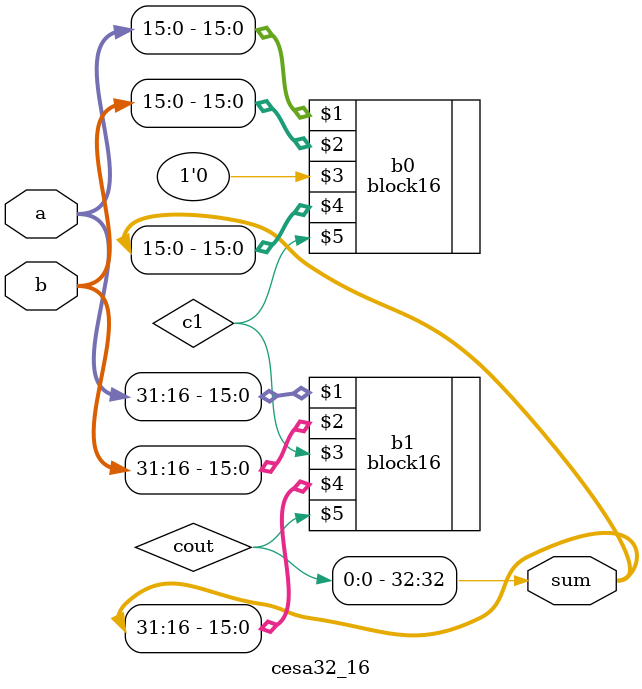
<source format=v>
`include "../../Timescale.vh"
`include "block16.v"

`default_nettype none
module cesa32_16(a,b,sum);
	input [31:0]a,b;
	output [32:0]sum;

	wire c1, cout;

	block16 b0(a[15:0],b[15:0],1'b0,sum[15:0],c1);

	block16 b1(a[31:16],b[31:16],c1,sum[31:16],cout);
	assign sum[32]=cout;
endmodule
</source>
